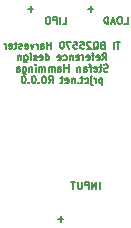
<source format=gbo>
%TF.FileFunction,Legend,Bot*%
%FSLAX46Y46*%
G04 Gerber Fmt 4.6, Leading zero omitted, Abs format (unit mm)*
G04 Created by KiCad (PCBNEW (2014-12-19 BZR 5328)-product) date 23/12/2014 01:10:06*
%MOMM*%
G01*
G04 APERTURE LIST*
%ADD10C,0.127000*%
G04 APERTURE END LIST*
D10*
X131419571Y-80941857D02*
X130962428Y-80941857D01*
X131190999Y-81170429D02*
X131190999Y-80713286D01*
X126339571Y-80941857D02*
X125882428Y-80941857D01*
X126110999Y-81170429D02*
X126110999Y-80713286D01*
X128879571Y-98721857D02*
X128422428Y-98721857D01*
X128650999Y-98950429D02*
X128650999Y-98493286D01*
X133706572Y-83691929D02*
X133363715Y-83691929D01*
X133535144Y-84291929D02*
X133535144Y-83691929D01*
X133163715Y-84291929D02*
X133163715Y-83691929D01*
X132220858Y-83977643D02*
X132135144Y-84006214D01*
X132106572Y-84034786D01*
X132078001Y-84091929D01*
X132078001Y-84177643D01*
X132106572Y-84234786D01*
X132135144Y-84263357D01*
X132192286Y-84291929D01*
X132420858Y-84291929D01*
X132420858Y-83691929D01*
X132220858Y-83691929D01*
X132163715Y-83720500D01*
X132135144Y-83749071D01*
X132106572Y-83806214D01*
X132106572Y-83863357D01*
X132135144Y-83920500D01*
X132163715Y-83949071D01*
X132220858Y-83977643D01*
X132420858Y-83977643D01*
X131420858Y-84349071D02*
X131478001Y-84320500D01*
X131535144Y-84263357D01*
X131620858Y-84177643D01*
X131678001Y-84149071D01*
X131735144Y-84149071D01*
X131706572Y-84291929D02*
X131763715Y-84263357D01*
X131820858Y-84206214D01*
X131849429Y-84091929D01*
X131849429Y-83891929D01*
X131820858Y-83777643D01*
X131763715Y-83720500D01*
X131706572Y-83691929D01*
X131592286Y-83691929D01*
X131535144Y-83720500D01*
X131478001Y-83777643D01*
X131449429Y-83891929D01*
X131449429Y-84091929D01*
X131478001Y-84206214D01*
X131535144Y-84263357D01*
X131592286Y-84291929D01*
X131706572Y-84291929D01*
X131220858Y-83749071D02*
X131192287Y-83720500D01*
X131135144Y-83691929D01*
X130992287Y-83691929D01*
X130935144Y-83720500D01*
X130906573Y-83749071D01*
X130878001Y-83806214D01*
X130878001Y-83863357D01*
X130906573Y-83949071D01*
X131249430Y-84291929D01*
X130878001Y-84291929D01*
X130335144Y-83691929D02*
X130620858Y-83691929D01*
X130649429Y-83977643D01*
X130620858Y-83949071D01*
X130563715Y-83920500D01*
X130420858Y-83920500D01*
X130363715Y-83949071D01*
X130335144Y-83977643D01*
X130306572Y-84034786D01*
X130306572Y-84177643D01*
X130335144Y-84234786D01*
X130363715Y-84263357D01*
X130420858Y-84291929D01*
X130563715Y-84291929D01*
X130620858Y-84263357D01*
X130649429Y-84234786D01*
X129763715Y-83691929D02*
X130049429Y-83691929D01*
X130078000Y-83977643D01*
X130049429Y-83949071D01*
X129992286Y-83920500D01*
X129849429Y-83920500D01*
X129792286Y-83949071D01*
X129763715Y-83977643D01*
X129735143Y-84034786D01*
X129735143Y-84177643D01*
X129763715Y-84234786D01*
X129792286Y-84263357D01*
X129849429Y-84291929D01*
X129992286Y-84291929D01*
X130049429Y-84263357D01*
X130078000Y-84234786D01*
X129535143Y-83691929D02*
X129135143Y-83691929D01*
X129392286Y-84291929D01*
X128792285Y-83691929D02*
X128735142Y-83691929D01*
X128677999Y-83720500D01*
X128649428Y-83749071D01*
X128620857Y-83806214D01*
X128592285Y-83920500D01*
X128592285Y-84063357D01*
X128620857Y-84177643D01*
X128649428Y-84234786D01*
X128677999Y-84263357D01*
X128735142Y-84291929D01*
X128792285Y-84291929D01*
X128849428Y-84263357D01*
X128877999Y-84234786D01*
X128906571Y-84177643D01*
X128935142Y-84063357D01*
X128935142Y-83920500D01*
X128906571Y-83806214D01*
X128877999Y-83749071D01*
X128849428Y-83720500D01*
X128792285Y-83691929D01*
X127877999Y-84291929D02*
X127877999Y-83691929D01*
X127877999Y-83977643D02*
X127535142Y-83977643D01*
X127535142Y-84291929D02*
X127535142Y-83691929D01*
X126992285Y-84291929D02*
X126992285Y-83977643D01*
X127020856Y-83920500D01*
X127077999Y-83891929D01*
X127192285Y-83891929D01*
X127249428Y-83920500D01*
X126992285Y-84263357D02*
X127049428Y-84291929D01*
X127192285Y-84291929D01*
X127249428Y-84263357D01*
X127277999Y-84206214D01*
X127277999Y-84149071D01*
X127249428Y-84091929D01*
X127192285Y-84063357D01*
X127049428Y-84063357D01*
X126992285Y-84034786D01*
X126706571Y-84291929D02*
X126706571Y-83891929D01*
X126706571Y-84006214D02*
X126677999Y-83949071D01*
X126649428Y-83920500D01*
X126592285Y-83891929D01*
X126535142Y-83891929D01*
X126392285Y-83891929D02*
X126249428Y-84291929D01*
X126106570Y-83891929D01*
X125649427Y-84263357D02*
X125706570Y-84291929D01*
X125820856Y-84291929D01*
X125877999Y-84263357D01*
X125906570Y-84206214D01*
X125906570Y-83977643D01*
X125877999Y-83920500D01*
X125820856Y-83891929D01*
X125706570Y-83891929D01*
X125649427Y-83920500D01*
X125620856Y-83977643D01*
X125620856Y-84034786D01*
X125906570Y-84091929D01*
X125392284Y-84263357D02*
X125335141Y-84291929D01*
X125220856Y-84291929D01*
X125163713Y-84263357D01*
X125135141Y-84206214D01*
X125135141Y-84177643D01*
X125163713Y-84120500D01*
X125220856Y-84091929D01*
X125306570Y-84091929D01*
X125363713Y-84063357D01*
X125392284Y-84006214D01*
X125392284Y-83977643D01*
X125363713Y-83920500D01*
X125306570Y-83891929D01*
X125220856Y-83891929D01*
X125163713Y-83920500D01*
X124963713Y-83891929D02*
X124735142Y-83891929D01*
X124877999Y-83691929D02*
X124877999Y-84206214D01*
X124849427Y-84263357D01*
X124792285Y-84291929D01*
X124735142Y-84291929D01*
X124306570Y-84263357D02*
X124363713Y-84291929D01*
X124477999Y-84291929D01*
X124535142Y-84263357D01*
X124563713Y-84206214D01*
X124563713Y-83977643D01*
X124535142Y-83920500D01*
X124477999Y-83891929D01*
X124363713Y-83891929D01*
X124306570Y-83920500D01*
X124277999Y-83977643D01*
X124277999Y-84034786D01*
X124563713Y-84091929D01*
X124020856Y-84291929D02*
X124020856Y-83891929D01*
X124020856Y-84006214D02*
X123992284Y-83949071D01*
X123963713Y-83920500D01*
X123906570Y-83891929D01*
X123849427Y-83891929D01*
X132192286Y-85258929D02*
X132392286Y-84973214D01*
X132535143Y-85258929D02*
X132535143Y-84658929D01*
X132306571Y-84658929D01*
X132249429Y-84687500D01*
X132220857Y-84716071D01*
X132192286Y-84773214D01*
X132192286Y-84858929D01*
X132220857Y-84916071D01*
X132249429Y-84944643D01*
X132306571Y-84973214D01*
X132535143Y-84973214D01*
X131706571Y-85230357D02*
X131763714Y-85258929D01*
X131878000Y-85258929D01*
X131935143Y-85230357D01*
X131963714Y-85173214D01*
X131963714Y-84944643D01*
X131935143Y-84887500D01*
X131878000Y-84858929D01*
X131763714Y-84858929D01*
X131706571Y-84887500D01*
X131678000Y-84944643D01*
X131678000Y-85001786D01*
X131963714Y-85058929D01*
X131506571Y-84858929D02*
X131278000Y-84858929D01*
X131420857Y-85258929D02*
X131420857Y-84744643D01*
X131392285Y-84687500D01*
X131335143Y-84658929D01*
X131278000Y-84658929D01*
X130849428Y-85230357D02*
X130906571Y-85258929D01*
X131020857Y-85258929D01*
X131078000Y-85230357D01*
X131106571Y-85173214D01*
X131106571Y-84944643D01*
X131078000Y-84887500D01*
X131020857Y-84858929D01*
X130906571Y-84858929D01*
X130849428Y-84887500D01*
X130820857Y-84944643D01*
X130820857Y-85001786D01*
X131106571Y-85058929D01*
X130563714Y-85258929D02*
X130563714Y-84858929D01*
X130563714Y-84973214D02*
X130535142Y-84916071D01*
X130506571Y-84887500D01*
X130449428Y-84858929D01*
X130392285Y-84858929D01*
X129963713Y-85230357D02*
X130020856Y-85258929D01*
X130135142Y-85258929D01*
X130192285Y-85230357D01*
X130220856Y-85173214D01*
X130220856Y-84944643D01*
X130192285Y-84887500D01*
X130135142Y-84858929D01*
X130020856Y-84858929D01*
X129963713Y-84887500D01*
X129935142Y-84944643D01*
X129935142Y-85001786D01*
X130220856Y-85058929D01*
X129677999Y-84858929D02*
X129677999Y-85258929D01*
X129677999Y-84916071D02*
X129649427Y-84887500D01*
X129592285Y-84858929D01*
X129506570Y-84858929D01*
X129449427Y-84887500D01*
X129420856Y-84944643D01*
X129420856Y-85258929D01*
X128877999Y-85230357D02*
X128935142Y-85258929D01*
X129049428Y-85258929D01*
X129106570Y-85230357D01*
X129135142Y-85201786D01*
X129163713Y-85144643D01*
X129163713Y-84973214D01*
X129135142Y-84916071D01*
X129106570Y-84887500D01*
X129049428Y-84858929D01*
X128935142Y-84858929D01*
X128877999Y-84887500D01*
X128392284Y-85230357D02*
X128449427Y-85258929D01*
X128563713Y-85258929D01*
X128620856Y-85230357D01*
X128649427Y-85173214D01*
X128649427Y-84944643D01*
X128620856Y-84887500D01*
X128563713Y-84858929D01*
X128449427Y-84858929D01*
X128392284Y-84887500D01*
X128363713Y-84944643D01*
X128363713Y-85001786D01*
X128649427Y-85058929D01*
X127392284Y-85258929D02*
X127392284Y-84658929D01*
X127392284Y-85230357D02*
X127449427Y-85258929D01*
X127563713Y-85258929D01*
X127620855Y-85230357D01*
X127649427Y-85201786D01*
X127677998Y-85144643D01*
X127677998Y-84973214D01*
X127649427Y-84916071D01*
X127620855Y-84887500D01*
X127563713Y-84858929D01*
X127449427Y-84858929D01*
X127392284Y-84887500D01*
X126877998Y-85230357D02*
X126935141Y-85258929D01*
X127049427Y-85258929D01*
X127106570Y-85230357D01*
X127135141Y-85173214D01*
X127135141Y-84944643D01*
X127106570Y-84887500D01*
X127049427Y-84858929D01*
X126935141Y-84858929D01*
X126877998Y-84887500D01*
X126849427Y-84944643D01*
X126849427Y-85001786D01*
X127135141Y-85058929D01*
X126620855Y-85230357D02*
X126563712Y-85258929D01*
X126449427Y-85258929D01*
X126392284Y-85230357D01*
X126363712Y-85173214D01*
X126363712Y-85144643D01*
X126392284Y-85087500D01*
X126449427Y-85058929D01*
X126535141Y-85058929D01*
X126592284Y-85030357D01*
X126620855Y-84973214D01*
X126620855Y-84944643D01*
X126592284Y-84887500D01*
X126535141Y-84858929D01*
X126449427Y-84858929D01*
X126392284Y-84887500D01*
X126106570Y-85258929D02*
X126106570Y-84858929D01*
X126106570Y-84658929D02*
X126135141Y-84687500D01*
X126106570Y-84716071D01*
X126077998Y-84687500D01*
X126106570Y-84658929D01*
X126106570Y-84716071D01*
X125563713Y-84858929D02*
X125563713Y-85344643D01*
X125592284Y-85401786D01*
X125620856Y-85430357D01*
X125677999Y-85458929D01*
X125763713Y-85458929D01*
X125820856Y-85430357D01*
X125563713Y-85230357D02*
X125620856Y-85258929D01*
X125735142Y-85258929D01*
X125792284Y-85230357D01*
X125820856Y-85201786D01*
X125849427Y-85144643D01*
X125849427Y-84973214D01*
X125820856Y-84916071D01*
X125792284Y-84887500D01*
X125735142Y-84858929D01*
X125620856Y-84858929D01*
X125563713Y-84887500D01*
X125277999Y-84858929D02*
X125277999Y-85258929D01*
X125277999Y-84916071D02*
X125249427Y-84887500D01*
X125192285Y-84858929D01*
X125106570Y-84858929D01*
X125049427Y-84887500D01*
X125020856Y-84944643D01*
X125020856Y-85258929D01*
X132663713Y-86197357D02*
X132577999Y-86225929D01*
X132435142Y-86225929D01*
X132377999Y-86197357D01*
X132349428Y-86168786D01*
X132320856Y-86111643D01*
X132320856Y-86054500D01*
X132349428Y-85997357D01*
X132377999Y-85968786D01*
X132435142Y-85940214D01*
X132549428Y-85911643D01*
X132606570Y-85883071D01*
X132635142Y-85854500D01*
X132663713Y-85797357D01*
X132663713Y-85740214D01*
X132635142Y-85683071D01*
X132606570Y-85654500D01*
X132549428Y-85625929D01*
X132406570Y-85625929D01*
X132320856Y-85654500D01*
X132149427Y-85825929D02*
X131920856Y-85825929D01*
X132063713Y-85625929D02*
X132063713Y-86140214D01*
X132035141Y-86197357D01*
X131977999Y-86225929D01*
X131920856Y-86225929D01*
X131492284Y-86197357D02*
X131549427Y-86225929D01*
X131663713Y-86225929D01*
X131720856Y-86197357D01*
X131749427Y-86140214D01*
X131749427Y-85911643D01*
X131720856Y-85854500D01*
X131663713Y-85825929D01*
X131549427Y-85825929D01*
X131492284Y-85854500D01*
X131463713Y-85911643D01*
X131463713Y-85968786D01*
X131749427Y-86025929D01*
X131292284Y-85825929D02*
X131063713Y-85825929D01*
X131206570Y-86225929D02*
X131206570Y-85711643D01*
X131177998Y-85654500D01*
X131120856Y-85625929D01*
X131063713Y-85625929D01*
X130606570Y-86225929D02*
X130606570Y-85911643D01*
X130635141Y-85854500D01*
X130692284Y-85825929D01*
X130806570Y-85825929D01*
X130863713Y-85854500D01*
X130606570Y-86197357D02*
X130663713Y-86225929D01*
X130806570Y-86225929D01*
X130863713Y-86197357D01*
X130892284Y-86140214D01*
X130892284Y-86083071D01*
X130863713Y-86025929D01*
X130806570Y-85997357D01*
X130663713Y-85997357D01*
X130606570Y-85968786D01*
X130320856Y-85825929D02*
X130320856Y-86225929D01*
X130320856Y-85883071D02*
X130292284Y-85854500D01*
X130235142Y-85825929D01*
X130149427Y-85825929D01*
X130092284Y-85854500D01*
X130063713Y-85911643D01*
X130063713Y-86225929D01*
X129320856Y-86225929D02*
X129320856Y-85625929D01*
X129320856Y-85911643D02*
X128977999Y-85911643D01*
X128977999Y-86225929D02*
X128977999Y-85625929D01*
X128435142Y-86225929D02*
X128435142Y-85911643D01*
X128463713Y-85854500D01*
X128520856Y-85825929D01*
X128635142Y-85825929D01*
X128692285Y-85854500D01*
X128435142Y-86197357D02*
X128492285Y-86225929D01*
X128635142Y-86225929D01*
X128692285Y-86197357D01*
X128720856Y-86140214D01*
X128720856Y-86083071D01*
X128692285Y-86025929D01*
X128635142Y-85997357D01*
X128492285Y-85997357D01*
X128435142Y-85968786D01*
X128149428Y-86225929D02*
X128149428Y-85825929D01*
X128149428Y-85883071D02*
X128120856Y-85854500D01*
X128063714Y-85825929D01*
X127977999Y-85825929D01*
X127920856Y-85854500D01*
X127892285Y-85911643D01*
X127892285Y-86225929D01*
X127892285Y-85911643D02*
X127863714Y-85854500D01*
X127806571Y-85825929D01*
X127720856Y-85825929D01*
X127663714Y-85854500D01*
X127635142Y-85911643D01*
X127635142Y-86225929D01*
X127349428Y-86225929D02*
X127349428Y-85825929D01*
X127349428Y-85883071D02*
X127320856Y-85854500D01*
X127263714Y-85825929D01*
X127177999Y-85825929D01*
X127120856Y-85854500D01*
X127092285Y-85911643D01*
X127092285Y-86225929D01*
X127092285Y-85911643D02*
X127063714Y-85854500D01*
X127006571Y-85825929D01*
X126920856Y-85825929D01*
X126863714Y-85854500D01*
X126835142Y-85911643D01*
X126835142Y-86225929D01*
X126549428Y-86225929D02*
X126549428Y-85825929D01*
X126549428Y-85625929D02*
X126577999Y-85654500D01*
X126549428Y-85683071D01*
X126520856Y-85654500D01*
X126549428Y-85625929D01*
X126549428Y-85683071D01*
X126263714Y-85825929D02*
X126263714Y-86225929D01*
X126263714Y-85883071D02*
X126235142Y-85854500D01*
X126178000Y-85825929D01*
X126092285Y-85825929D01*
X126035142Y-85854500D01*
X126006571Y-85911643D01*
X126006571Y-86225929D01*
X125463714Y-85825929D02*
X125463714Y-86311643D01*
X125492285Y-86368786D01*
X125520857Y-86397357D01*
X125578000Y-86425929D01*
X125663714Y-86425929D01*
X125720857Y-86397357D01*
X125463714Y-86197357D02*
X125520857Y-86225929D01*
X125635143Y-86225929D01*
X125692285Y-86197357D01*
X125720857Y-86168786D01*
X125749428Y-86111643D01*
X125749428Y-85940214D01*
X125720857Y-85883071D01*
X125692285Y-85854500D01*
X125635143Y-85825929D01*
X125520857Y-85825929D01*
X125463714Y-85854500D01*
X124920857Y-86225929D02*
X124920857Y-85911643D01*
X124949428Y-85854500D01*
X125006571Y-85825929D01*
X125120857Y-85825929D01*
X125178000Y-85854500D01*
X124920857Y-86197357D02*
X124978000Y-86225929D01*
X125120857Y-86225929D01*
X125178000Y-86197357D01*
X125206571Y-86140214D01*
X125206571Y-86083071D01*
X125178000Y-86025929D01*
X125120857Y-85997357D01*
X124978000Y-85997357D01*
X124920857Y-85968786D01*
X132178000Y-86792929D02*
X132178000Y-87392929D01*
X132178000Y-86821500D02*
X132120857Y-86792929D01*
X132006571Y-86792929D01*
X131949428Y-86821500D01*
X131920857Y-86850071D01*
X131892286Y-86907214D01*
X131892286Y-87078643D01*
X131920857Y-87135786D01*
X131949428Y-87164357D01*
X132006571Y-87192929D01*
X132120857Y-87192929D01*
X132178000Y-87164357D01*
X131635143Y-87192929D02*
X131635143Y-86792929D01*
X131635143Y-86907214D02*
X131606571Y-86850071D01*
X131578000Y-86821500D01*
X131520857Y-86792929D01*
X131463714Y-86792929D01*
X131263714Y-86792929D02*
X131263714Y-87307214D01*
X131292285Y-87364357D01*
X131349428Y-87392929D01*
X131378000Y-87392929D01*
X131263714Y-86592929D02*
X131292285Y-86621500D01*
X131263714Y-86650071D01*
X131235142Y-86621500D01*
X131263714Y-86592929D01*
X131263714Y-86650071D01*
X130720857Y-87164357D02*
X130778000Y-87192929D01*
X130892286Y-87192929D01*
X130949428Y-87164357D01*
X130978000Y-87135786D01*
X131006571Y-87078643D01*
X131006571Y-86907214D01*
X130978000Y-86850071D01*
X130949428Y-86821500D01*
X130892286Y-86792929D01*
X130778000Y-86792929D01*
X130720857Y-86821500D01*
X130549428Y-86792929D02*
X130320857Y-86792929D01*
X130463714Y-86592929D02*
X130463714Y-87107214D01*
X130435142Y-87164357D01*
X130378000Y-87192929D01*
X130320857Y-87192929D01*
X130120857Y-87135786D02*
X130092285Y-87164357D01*
X130120857Y-87192929D01*
X130149428Y-87164357D01*
X130120857Y-87135786D01*
X130120857Y-87192929D01*
X129835143Y-86792929D02*
X129835143Y-87192929D01*
X129835143Y-86850071D02*
X129806571Y-86821500D01*
X129749429Y-86792929D01*
X129663714Y-86792929D01*
X129606571Y-86821500D01*
X129578000Y-86878643D01*
X129578000Y-87192929D01*
X129063714Y-87164357D02*
X129120857Y-87192929D01*
X129235143Y-87192929D01*
X129292286Y-87164357D01*
X129320857Y-87107214D01*
X129320857Y-86878643D01*
X129292286Y-86821500D01*
X129235143Y-86792929D01*
X129120857Y-86792929D01*
X129063714Y-86821500D01*
X129035143Y-86878643D01*
X129035143Y-86935786D01*
X129320857Y-86992929D01*
X128863714Y-86792929D02*
X128635143Y-86792929D01*
X128778000Y-86592929D02*
X128778000Y-87107214D01*
X128749428Y-87164357D01*
X128692286Y-87192929D01*
X128635143Y-87192929D01*
X127635143Y-87192929D02*
X127835143Y-86907214D01*
X127978000Y-87192929D02*
X127978000Y-86592929D01*
X127749428Y-86592929D01*
X127692286Y-86621500D01*
X127663714Y-86650071D01*
X127635143Y-86707214D01*
X127635143Y-86792929D01*
X127663714Y-86850071D01*
X127692286Y-86878643D01*
X127749428Y-86907214D01*
X127978000Y-86907214D01*
X127263714Y-86592929D02*
X127206571Y-86592929D01*
X127149428Y-86621500D01*
X127120857Y-86650071D01*
X127092286Y-86707214D01*
X127063714Y-86821500D01*
X127063714Y-86964357D01*
X127092286Y-87078643D01*
X127120857Y-87135786D01*
X127149428Y-87164357D01*
X127206571Y-87192929D01*
X127263714Y-87192929D01*
X127320857Y-87164357D01*
X127349428Y-87135786D01*
X127378000Y-87078643D01*
X127406571Y-86964357D01*
X127406571Y-86821500D01*
X127378000Y-86707214D01*
X127349428Y-86650071D01*
X127320857Y-86621500D01*
X127263714Y-86592929D01*
X126806571Y-87135786D02*
X126777999Y-87164357D01*
X126806571Y-87192929D01*
X126835142Y-87164357D01*
X126806571Y-87135786D01*
X126806571Y-87192929D01*
X126406571Y-86592929D02*
X126349428Y-86592929D01*
X126292285Y-86621500D01*
X126263714Y-86650071D01*
X126235143Y-86707214D01*
X126206571Y-86821500D01*
X126206571Y-86964357D01*
X126235143Y-87078643D01*
X126263714Y-87135786D01*
X126292285Y-87164357D01*
X126349428Y-87192929D01*
X126406571Y-87192929D01*
X126463714Y-87164357D01*
X126492285Y-87135786D01*
X126520857Y-87078643D01*
X126549428Y-86964357D01*
X126549428Y-86821500D01*
X126520857Y-86707214D01*
X126492285Y-86650071D01*
X126463714Y-86621500D01*
X126406571Y-86592929D01*
X125949428Y-87135786D02*
X125920856Y-87164357D01*
X125949428Y-87192929D01*
X125977999Y-87164357D01*
X125949428Y-87135786D01*
X125949428Y-87192929D01*
X125549428Y-86592929D02*
X125492285Y-86592929D01*
X125435142Y-86621500D01*
X125406571Y-86650071D01*
X125378000Y-86707214D01*
X125349428Y-86821500D01*
X125349428Y-86964357D01*
X125378000Y-87078643D01*
X125406571Y-87135786D01*
X125435142Y-87164357D01*
X125492285Y-87192929D01*
X125549428Y-87192929D01*
X125606571Y-87164357D01*
X125635142Y-87135786D01*
X125663714Y-87078643D01*
X125692285Y-86964357D01*
X125692285Y-86821500D01*
X125663714Y-86707214D01*
X125635142Y-86650071D01*
X125606571Y-86621500D01*
X125549428Y-86592929D01*
X131967142Y-96156429D02*
X131967142Y-95556429D01*
X131681428Y-96156429D02*
X131681428Y-95556429D01*
X131338571Y-96156429D01*
X131338571Y-95556429D01*
X131052857Y-96156429D02*
X131052857Y-95556429D01*
X130824285Y-95556429D01*
X130767143Y-95585000D01*
X130738571Y-95613571D01*
X130710000Y-95670714D01*
X130710000Y-95756429D01*
X130738571Y-95813571D01*
X130767143Y-95842143D01*
X130824285Y-95870714D01*
X131052857Y-95870714D01*
X130452857Y-95556429D02*
X130452857Y-96042143D01*
X130424285Y-96099286D01*
X130395714Y-96127857D01*
X130338571Y-96156429D01*
X130224285Y-96156429D01*
X130167143Y-96127857D01*
X130138571Y-96099286D01*
X130110000Y-96042143D01*
X130110000Y-95556429D01*
X129910000Y-95556429D02*
X129567143Y-95556429D01*
X129738572Y-96156429D02*
X129738572Y-95556429D01*
X128841428Y-82186429D02*
X129127142Y-82186429D01*
X129127142Y-81586429D01*
X128641428Y-82186429D02*
X128641428Y-81586429D01*
X128355714Y-82186429D02*
X128355714Y-81586429D01*
X128127142Y-81586429D01*
X128070000Y-81615000D01*
X128041428Y-81643571D01*
X128012857Y-81700714D01*
X128012857Y-81786429D01*
X128041428Y-81843571D01*
X128070000Y-81872143D01*
X128127142Y-81900714D01*
X128355714Y-81900714D01*
X127641428Y-81586429D02*
X127527142Y-81586429D01*
X127470000Y-81615000D01*
X127412857Y-81672143D01*
X127384285Y-81786429D01*
X127384285Y-81986429D01*
X127412857Y-82100714D01*
X127470000Y-82157857D01*
X127527142Y-82186429D01*
X127641428Y-82186429D01*
X127698571Y-82157857D01*
X127755714Y-82100714D01*
X127784285Y-81986429D01*
X127784285Y-81786429D01*
X127755714Y-81672143D01*
X127698571Y-81615000D01*
X127641428Y-81586429D01*
X134035714Y-82186429D02*
X134321428Y-82186429D01*
X134321428Y-81586429D01*
X133721428Y-81586429D02*
X133607142Y-81586429D01*
X133550000Y-81615000D01*
X133492857Y-81672143D01*
X133464285Y-81786429D01*
X133464285Y-81986429D01*
X133492857Y-82100714D01*
X133550000Y-82157857D01*
X133607142Y-82186429D01*
X133721428Y-82186429D01*
X133778571Y-82157857D01*
X133835714Y-82100714D01*
X133864285Y-81986429D01*
X133864285Y-81786429D01*
X133835714Y-81672143D01*
X133778571Y-81615000D01*
X133721428Y-81586429D01*
X133235714Y-82015000D02*
X132950000Y-82015000D01*
X133292857Y-82186429D02*
X133092857Y-81586429D01*
X132892857Y-82186429D01*
X132692857Y-82186429D02*
X132692857Y-81586429D01*
X132550000Y-81586429D01*
X132464285Y-81615000D01*
X132407143Y-81672143D01*
X132378571Y-81729286D01*
X132350000Y-81843571D01*
X132350000Y-81929286D01*
X132378571Y-82043571D01*
X132407143Y-82100714D01*
X132464285Y-82157857D01*
X132550000Y-82186429D01*
X132692857Y-82186429D01*
M02*

</source>
